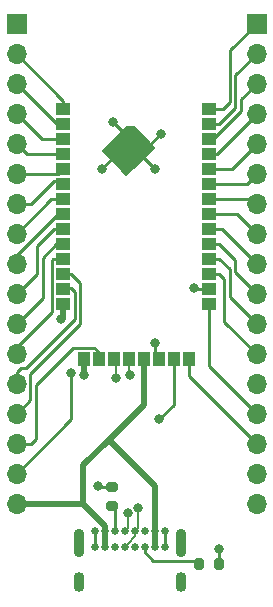
<source format=gbr>
%TF.GenerationSoftware,KiCad,Pcbnew,(6.0.9)*%
%TF.CreationDate,2023-03-11T12:53:36-05:00*%
%TF.ProjectId,tinypico-nano-carrier,74696e79-7069-4636-9f2d-6e616e6f2d63,rev?*%
%TF.SameCoordinates,Original*%
%TF.FileFunction,Copper,L1,Top*%
%TF.FilePolarity,Positive*%
%FSLAX46Y46*%
G04 Gerber Fmt 4.6, Leading zero omitted, Abs format (unit mm)*
G04 Created by KiCad (PCBNEW (6.0.9)) date 2023-03-11 12:53:36*
%MOMM*%
%LPD*%
G01*
G04 APERTURE LIST*
G04 Aperture macros list*
%AMRoundRect*
0 Rectangle with rounded corners*
0 $1 Rounding radius*
0 $2 $3 $4 $5 $6 $7 $8 $9 X,Y pos of 4 corners*
0 Add a 4 corners polygon primitive as box body*
4,1,4,$2,$3,$4,$5,$6,$7,$8,$9,$2,$3,0*
0 Add four circle primitives for the rounded corners*
1,1,$1+$1,$2,$3*
1,1,$1+$1,$4,$5*
1,1,$1+$1,$6,$7*
1,1,$1+$1,$8,$9*
0 Add four rect primitives between the rounded corners*
20,1,$1+$1,$2,$3,$4,$5,0*
20,1,$1+$1,$4,$5,$6,$7,0*
20,1,$1+$1,$6,$7,$8,$9,0*
20,1,$1+$1,$8,$9,$2,$3,0*%
%AMFreePoly0*
4,1,14,-0.028365,2.164235,2.091636,0.044235,2.091650,0.044200,2.091650,-0.625800,2.091635,-0.625836,0.291635,-2.415835,0.291600,-2.415849,0.291564,-2.415835,-2.158435,0.044165,-2.158449,0.044200,-2.158435,0.044235,-0.028435,2.164235,-0.028400,2.164249,-0.028365,2.164235,-0.028365,2.164235,$1*%
G04 Aperture macros list end*
%TA.AperFunction,ComponentPad*%
%ADD10R,1.700000X1.700000*%
%TD*%
%TA.AperFunction,ComponentPad*%
%ADD11O,1.700000X1.700000*%
%TD*%
%TA.AperFunction,SMDPad,CuDef*%
%ADD12RoundRect,0.200000X0.200000X0.275000X-0.200000X0.275000X-0.200000X-0.275000X0.200000X-0.275000X0*%
%TD*%
%TA.AperFunction,ComponentPad*%
%ADD13C,0.650000*%
%TD*%
%TA.AperFunction,ComponentPad*%
%ADD14O,0.900000X1.700000*%
%TD*%
%TA.AperFunction,ComponentPad*%
%ADD15O,0.900000X2.400000*%
%TD*%
%TA.AperFunction,SMDPad,CuDef*%
%ADD16R,1.000000X1.200000*%
%TD*%
%TA.AperFunction,SMDPad,CuDef*%
%ADD17FreePoly0,90.000000*%
%TD*%
%TA.AperFunction,SMDPad,CuDef*%
%ADD18R,1.200000X1.000000*%
%TD*%
%TA.AperFunction,SMDPad,CuDef*%
%ADD19RoundRect,0.200000X-0.275000X0.200000X-0.275000X-0.200000X0.275000X-0.200000X0.275000X0.200000X0*%
%TD*%
%TA.AperFunction,ViaPad*%
%ADD20C,0.800000*%
%TD*%
%TA.AperFunction,Conductor*%
%ADD21C,0.508000*%
%TD*%
%TA.AperFunction,Conductor*%
%ADD22C,0.250000*%
%TD*%
%TA.AperFunction,Conductor*%
%ADD23C,0.200000*%
%TD*%
G04 APERTURE END LIST*
D10*
%TO.P,J1,1,Pin_1*%
%TO.N,/GPIO36*%
X123120000Y-52700000D03*
D11*
%TO.P,J1,2,Pin_2*%
%TO.N,/GPIO37*%
X123120000Y-55240000D03*
%TO.P,J1,3,Pin_3*%
%TO.N,/GPIO38*%
X123120000Y-57780000D03*
%TO.P,J1,4,Pin_4*%
%TO.N,/GPIO39*%
X123120000Y-60320000D03*
%TO.P,J1,5,Pin_5*%
%TO.N,/TX*%
X123120000Y-62860000D03*
%TO.P,J1,6,Pin_6*%
%TO.N,/RX*%
X123120000Y-65400000D03*
%TO.P,J1,7,Pin_7*%
%TO.N,/GPIO9*%
X123120000Y-67940000D03*
%TO.P,J1,8,Pin_8*%
%TO.N,/GPIO0*%
X123120000Y-70480000D03*
%TO.P,J1,9,Pin_9*%
%TO.N,/GPIO21*%
X123120000Y-73020000D03*
%TO.P,J1,10,Pin_10*%
%TO.N,/GPIO22*%
X123120000Y-75560000D03*
%TO.P,J1,11,Pin_11*%
%TO.N,/GPIO5*%
X123120000Y-78100000D03*
%TO.P,J1,12,Pin_12*%
%TO.N,/GPIO18*%
X123120000Y-80640000D03*
%TO.P,J1,13,Pin_13*%
%TO.N,/GPIO19*%
X123120000Y-83180000D03*
%TO.P,J1,14,Pin_14*%
%TO.N,/GPIO23*%
X123120000Y-85720000D03*
%TO.P,J1,15,Pin_15*%
%TO.N,/STAT*%
X123120000Y-88260000D03*
%TO.P,J1,16,Pin_16*%
%TO.N,VBUS*%
X123120000Y-90800000D03*
%TO.P,J1,17,Pin_17*%
%TO.N,+3.3V*%
X123120000Y-93340000D03*
%TD*%
D10*
%TO.P,J2,1,Pin_1*%
%TO.N,GND*%
X102800000Y-52700000D03*
D11*
%TO.P,J2,2,Pin_2*%
%TO.N,/GPIO35*%
X102800000Y-55240000D03*
%TO.P,J2,3,Pin_3*%
%TO.N,/GPIO34*%
X102800000Y-57780000D03*
%TO.P,J2,4,Pin_4*%
%TO.N,/GPIO33*%
X102800000Y-60320000D03*
%TO.P,J2,5,Pin_5*%
%TO.N,/GPIO32*%
X102800000Y-62860000D03*
%TO.P,J2,6,Pin_6*%
%TO.N,/GPIO25*%
X102800000Y-65400000D03*
%TO.P,J2,7,Pin_7*%
%TO.N,/GPIO26*%
X102800000Y-67940000D03*
%TO.P,J2,8,Pin_8*%
%TO.N,/GPIO27*%
X102800000Y-70480000D03*
%TO.P,J2,9,Pin_9*%
%TO.N,/GPIO15*%
X102800000Y-73020000D03*
%TO.P,J2,10,Pin_10*%
%TO.N,/GPIO14*%
X102800000Y-75560000D03*
%TO.P,J2,11,Pin_11*%
%TO.N,/GPIO13*%
X102800000Y-78100000D03*
%TO.P,J2,12,Pin_12*%
%TO.N,/GPIO12*%
X102800000Y-80640000D03*
%TO.P,J2,13,Pin_13*%
%TO.N,/GPIO2*%
X102800000Y-83180000D03*
%TO.P,J2,14,Pin_14*%
%TO.N,/GPIO4*%
X102800000Y-85720000D03*
%TO.P,J2,15,Pin_15*%
%TO.N,/EN*%
X102800000Y-88260000D03*
%TO.P,J2,16,Pin_16*%
%TO.N,/RESET*%
X102800000Y-90800000D03*
%TO.P,J2,17,Pin_17*%
%TO.N,+5V*%
X102800000Y-93340000D03*
%TD*%
D12*
%TO.P,R1,1*%
%TO.N,GND*%
X119925000Y-98400000D03*
%TO.P,R1,2*%
%TO.N,Net-(J3-PadB5)*%
X118275000Y-98400000D03*
%TD*%
D13*
%TO.P,J3,A1,GND*%
%TO.N,GND*%
X109425000Y-95640000D03*
%TO.P,J3,A4,VBUS*%
%TO.N,+5V*%
X110275000Y-95640000D03*
%TO.P,J3,A5,CC1*%
%TO.N,Net-(J3-PadA5)*%
X111125000Y-95640000D03*
%TO.P,J3,A6,D+*%
%TO.N,/USB_D+*%
X111975000Y-95640000D03*
%TO.P,J3,A7,D-*%
%TO.N,/USB_D-*%
X112825000Y-95640000D03*
%TO.P,J3,A8,SBU1*%
%TO.N,unconnected-(J3-PadA8)*%
X113675000Y-95640000D03*
%TO.P,J3,A9,VBUS*%
%TO.N,+5V*%
X114525000Y-95640000D03*
%TO.P,J3,A12,GND*%
%TO.N,GND*%
X115375000Y-95640000D03*
%TO.P,J3,B1,GND*%
X115375000Y-96990000D03*
%TO.P,J3,B4,VBUS*%
%TO.N,+5V*%
X114525000Y-96990000D03*
%TO.P,J3,B5,CC2*%
%TO.N,Net-(J3-PadB5)*%
X113675000Y-96990000D03*
%TO.P,J3,B6,D+*%
%TO.N,/USB_D+*%
X112825000Y-96990000D03*
%TO.P,J3,B7,D-*%
%TO.N,/USB_D-*%
X111975000Y-96990000D03*
%TO.P,J3,B8,SBU2*%
%TO.N,unconnected-(J3-PadB8)*%
X111125000Y-96990000D03*
%TO.P,J3,B9,VBUS*%
%TO.N,+5V*%
X110275000Y-96990000D03*
%TO.P,J3,B12,GND*%
%TO.N,GND*%
X109425000Y-96990000D03*
D14*
%TO.P,J3,S1,SHIELD*%
X108075000Y-100000000D03*
%TO.P,J3,S2*%
%TO.N,N/C*%
X116725000Y-100000000D03*
D15*
%TO.P,J3,S3*%
X108075000Y-96620000D03*
%TO.P,J3,S4*%
X116725000Y-96620000D03*
%TD*%
D16*
%TO.P,U1,1,STAT*%
%TO.N,/STAT*%
X117365000Y-81085250D03*
D17*
%TO.P,U1,2,GND*%
%TO.N,GND*%
X112164200Y-63506850D03*
D16*
X116095000Y-81085250D03*
%TO.P,U1,3,RESET*%
%TO.N,/RESET*%
X114825000Y-81085250D03*
%TO.P,U1,4,5V*%
%TO.N,+5V*%
X113555000Y-81085250D03*
%TO.P,U1,5,D-*%
%TO.N,/USB_D-*%
X112285000Y-81085250D03*
%TO.P,U1,6,D+*%
%TO.N,/USB_D+*%
X111015000Y-81085250D03*
%TO.P,U1,7,EN*%
%TO.N,/EN*%
X109745000Y-81085250D03*
%TO.P,U1,8,3v3*%
%TO.N,+3.3V*%
X108475000Y-81085250D03*
D18*
%TO.P,U1,9,VBAT*%
%TO.N,VBUS*%
X106760000Y-76421350D03*
%TO.P,U1,10,IO2*%
%TO.N,/GPIO2*%
X106760000Y-75151350D03*
%TO.P,U1,11,IO4*%
%TO.N,/GPIO4*%
X106760000Y-73881350D03*
%TO.P,U1,12,IO12*%
%TO.N,/GPIO12*%
X106760000Y-72611350D03*
%TO.P,U1,13,IO13*%
%TO.N,/GPIO13*%
X106760000Y-71341350D03*
%TO.P,U1,14,IO14*%
%TO.N,/GPIO14*%
X106760000Y-70071350D03*
%TO.P,U1,15,IO15*%
%TO.N,/GPIO15*%
X106760000Y-68801350D03*
%TO.P,U1,16,IO27*%
%TO.N,/GPIO27*%
X106760000Y-67531350D03*
%TO.P,U1,17,IO26*%
%TO.N,/GPIO26*%
X106760000Y-66261350D03*
%TO.P,U1,18,IO25*%
%TO.N,/GPIO25*%
X106760000Y-64991350D03*
%TO.P,U1,19,IO32*%
%TO.N,/GPIO32*%
X106760000Y-63721350D03*
%TO.P,U1,20,IO33*%
%TO.N,/GPIO33*%
X106760000Y-62451350D03*
%TO.P,U1,21,IO34*%
%TO.N,/GPIO34*%
X106760000Y-61181350D03*
%TO.P,U1,22,IO35*%
%TO.N,/GPIO35*%
X106760000Y-59911350D03*
%TO.P,U1,23,IO23*%
%TO.N,/GPIO23*%
X119100000Y-76410050D03*
%TO.P,U1,24,IO19*%
%TO.N,/GPIO19*%
X119100000Y-75140050D03*
%TO.P,U1,25,IO18*%
%TO.N,/GPIO18*%
X119100000Y-73870050D03*
%TO.P,U1,26,IO5*%
%TO.N,/GPIO5*%
X119100000Y-72600050D03*
%TO.P,U1,27,IO22*%
%TO.N,/GPIO22*%
X119100000Y-71330050D03*
%TO.P,U1,28,IO21*%
%TO.N,/GPIO21*%
X119100000Y-70060050D03*
%TO.P,U1,29,IO0*%
%TO.N,/GPIO0*%
X119100000Y-68790050D03*
%TO.P,U1,30,IO9*%
%TO.N,/GPIO9*%
X119100000Y-67520050D03*
%TO.P,U1,31,RX*%
%TO.N,/RX*%
X119100000Y-66250050D03*
%TO.P,U1,32,TX*%
%TO.N,/TX*%
X119100000Y-64980050D03*
%TO.P,U1,33,IO39*%
%TO.N,/GPIO39*%
X119100000Y-63710050D03*
%TO.P,U1,34,IO38*%
%TO.N,/GPIO38*%
X119100000Y-62440050D03*
%TO.P,U1,35,IO37*%
%TO.N,/GPIO37*%
X119100000Y-61170050D03*
%TO.P,U1,36,IO36*%
%TO.N,/GPIO36*%
X119100000Y-59900050D03*
%TD*%
D19*
%TO.P,R2,1*%
%TO.N,GND*%
X110900000Y-91875000D03*
%TO.P,R2,2*%
%TO.N,Net-(J3-PadA5)*%
X110900000Y-93525000D03*
%TD*%
D20*
%TO.N,+3.3V*%
X108500000Y-82400000D03*
%TO.N,VBUS*%
X106600000Y-77700000D03*
%TO.N,/RESET*%
X114500000Y-79700000D03*
X107400000Y-82300000D03*
%TO.N,/GPIO19*%
X117800000Y-75100000D03*
%TO.N,GND*%
X114500000Y-65000000D03*
X111000000Y-61000000D03*
X119900000Y-97200000D03*
X109700000Y-91800000D03*
X115000000Y-62000000D03*
X114900000Y-86200000D03*
X110000000Y-65000000D03*
%TO.N,/USB_D-*%
X112400000Y-82400000D03*
X113093982Y-93653009D03*
%TO.N,/USB_D+*%
X112200000Y-94100000D03*
X111200000Y-82700000D03*
%TD*%
D21*
%TO.N,+3.3V*%
X108475000Y-81085250D02*
X108475000Y-82375000D01*
X108475000Y-82375000D02*
X108500000Y-82400000D01*
%TO.N,VBUS*%
X106760000Y-77540000D02*
X106600000Y-77700000D01*
X106760000Y-76421350D02*
X106760000Y-77540000D01*
D22*
%TO.N,/EN*%
X102800000Y-88260000D02*
X104002081Y-88260000D01*
X109350000Y-80110250D02*
X109745000Y-80505250D01*
X104425000Y-87837081D02*
X104425000Y-83285250D01*
X107600000Y-80110250D02*
X109350000Y-80110250D01*
X109745000Y-80505250D02*
X109745000Y-81085250D01*
X104425000Y-83285250D02*
X107600000Y-80110250D01*
X104002081Y-88260000D02*
X104425000Y-87837081D01*
%TO.N,/RESET*%
X114500000Y-80760250D02*
X114825000Y-81085250D01*
X107400000Y-86200000D02*
X102800000Y-90800000D01*
X107400000Y-82300000D02*
X107400000Y-86200000D01*
X114500000Y-79700000D02*
X114500000Y-80760250D01*
%TO.N,/STAT*%
X117365000Y-81085250D02*
X117365000Y-82505000D01*
X117365000Y-82505000D02*
X123120000Y-88260000D01*
%TO.N,/RX*%
X119100000Y-66250050D02*
X122269950Y-66250050D01*
X122269950Y-66250050D02*
X123120000Y-65400000D01*
%TO.N,/TX*%
X119100000Y-64980050D02*
X120999950Y-64980050D01*
X120999950Y-64980050D02*
X123120000Y-62860000D01*
%TO.N,/GPIO0*%
X119100000Y-68790050D02*
X121430050Y-68790050D01*
X121430050Y-68790050D02*
X123120000Y-70480000D01*
%TO.N,/GPIO2*%
X102800000Y-83180000D02*
X102800000Y-82200000D01*
X106811350Y-75100000D02*
X106760000Y-75151350D01*
X103185000Y-81815000D02*
X103585000Y-81815000D01*
X107735000Y-77665000D02*
X107735000Y-75435000D01*
X107400000Y-75100000D02*
X106811350Y-75100000D01*
X102800000Y-82200000D02*
X103185000Y-81815000D01*
X107735000Y-75435000D02*
X107400000Y-75100000D01*
X103585000Y-81815000D02*
X107735000Y-77665000D01*
%TO.N,/GPIO4*%
X108185000Y-74685000D02*
X108185000Y-78115000D01*
X108185000Y-78115000D02*
X103975000Y-82325000D01*
X106760000Y-73881350D02*
X107381350Y-73881350D01*
X103975000Y-84545000D02*
X102800000Y-85720000D01*
X107381350Y-73881350D02*
X108185000Y-74685000D01*
X103975000Y-82325000D02*
X103975000Y-84545000D01*
%TO.N,/GPIO5*%
X119100000Y-72600050D02*
X119950000Y-72600050D01*
X120850000Y-73500050D02*
X120850000Y-75830000D01*
X120850000Y-75830000D02*
X123120000Y-78100000D01*
X119950000Y-72600050D02*
X120850000Y-73500050D01*
%TO.N,/GPIO9*%
X119100000Y-67520050D02*
X122700050Y-67520050D01*
X122700050Y-67520050D02*
X123120000Y-67940000D01*
%TO.N,/GPIO12*%
X102800000Y-80640000D02*
X102800000Y-80100000D01*
X102800000Y-80100000D02*
X105785000Y-77115000D01*
X105888650Y-72611350D02*
X106760000Y-72611350D01*
X105785000Y-72715000D02*
X105888650Y-72611350D01*
X105785000Y-77115000D02*
X105785000Y-72715000D01*
%TO.N,/GPIO13*%
X105000000Y-75900000D02*
X105000000Y-72500000D01*
X105000000Y-72500000D02*
X106158650Y-71341350D01*
X106158650Y-71341350D02*
X106760000Y-71341350D01*
X102800000Y-78100000D02*
X105000000Y-75900000D01*
%TO.N,/GPIO14*%
X104500000Y-73860000D02*
X104500000Y-71500000D01*
X105928650Y-70071350D02*
X106760000Y-70071350D01*
X102800000Y-75560000D02*
X104500000Y-73860000D01*
X104500000Y-71500000D02*
X105928650Y-70071350D01*
%TO.N,/GPIO39*%
X119100000Y-63710050D02*
X119729950Y-63710050D01*
X119729950Y-63710050D02*
X123120000Y-60320000D01*
%TO.N,/GPIO38*%
X119459950Y-62440050D02*
X121800000Y-60100000D01*
X121800000Y-59100000D02*
X123120000Y-57780000D01*
X119100000Y-62440050D02*
X119459950Y-62440050D01*
X121800000Y-60100000D02*
X121800000Y-59100000D01*
D21*
%TO.N,+5V*%
X108434619Y-93340000D02*
X110275000Y-95180381D01*
X108434619Y-90065381D02*
X108434619Y-93340000D01*
X114525000Y-91825000D02*
X110600000Y-87900000D01*
X110275000Y-95180381D02*
X110275000Y-95640000D01*
X110600000Y-87900000D02*
X108434619Y-90065381D01*
X113555000Y-84945000D02*
X113555000Y-81085250D01*
X102800000Y-93340000D02*
X108434619Y-93340000D01*
X114525000Y-95640000D02*
X114525000Y-91825000D01*
X110275000Y-95640000D02*
X110275000Y-96990000D01*
X110600000Y-87900000D02*
X113555000Y-84945000D01*
X114525000Y-96990000D02*
X114525000Y-95640000D01*
D22*
%TO.N,/GPIO15*%
X102800000Y-72281350D02*
X106280000Y-68801350D01*
X102800000Y-73020000D02*
X102800000Y-72281350D01*
X106280000Y-68801350D02*
X106760000Y-68801350D01*
%TO.N,/GPIO18*%
X120400000Y-77920000D02*
X123120000Y-80640000D01*
X119950000Y-73870050D02*
X120400000Y-74320050D01*
X119100000Y-73870050D02*
X119950000Y-73870050D01*
X120400000Y-74320050D02*
X120400000Y-77920000D01*
%TO.N,/GPIO19*%
X119100000Y-75140050D02*
X117840050Y-75140050D01*
X117840050Y-75140050D02*
X117800000Y-75100000D01*
%TO.N,/GPIO21*%
X120160050Y-70060050D02*
X123120000Y-73020000D01*
X119100000Y-70060050D02*
X120160050Y-70060050D01*
%TO.N,/GPIO22*%
X121300000Y-73740000D02*
X123120000Y-75560000D01*
X119100000Y-71330050D02*
X119950000Y-71330050D01*
X119950000Y-71330050D02*
X121300000Y-72680050D01*
X121300000Y-72680050D02*
X121300000Y-73740000D01*
%TO.N,/GPIO23*%
X119100000Y-76410050D02*
X119100000Y-81700000D01*
X119100000Y-81700000D02*
X123120000Y-85720000D01*
%TO.N,/GPIO25*%
X106351350Y-65400000D02*
X106760000Y-64991350D01*
X102800000Y-65400000D02*
X106351350Y-65400000D01*
%TO.N,/GPIO26*%
X102800000Y-67940000D02*
X104060000Y-67940000D01*
X106000000Y-66000000D02*
X106498650Y-66000000D01*
X104060000Y-67940000D02*
X106000000Y-66000000D01*
X106498650Y-66000000D02*
X106760000Y-66261350D01*
%TO.N,/GPIO27*%
X102800000Y-70480000D02*
X105748650Y-67531350D01*
X105748650Y-67531350D02*
X106760000Y-67531350D01*
%TO.N,/GPIO32*%
X103661350Y-63721350D02*
X106760000Y-63721350D01*
X102800000Y-62860000D02*
X103661350Y-63721350D01*
%TO.N,/GPIO33*%
X102800000Y-60320000D02*
X104931350Y-62451350D01*
X104931350Y-62451350D02*
X106760000Y-62451350D01*
%TO.N,/GPIO34*%
X106760000Y-61181350D02*
X106201350Y-61181350D01*
X102800000Y-57780000D02*
X106201350Y-61181350D01*
%TO.N,/GPIO35*%
X106760000Y-59200000D02*
X106760000Y-59911350D01*
X102800000Y-55240000D02*
X106760000Y-59200000D01*
%TO.N,/GPIO36*%
X120276728Y-59900050D02*
X120875000Y-59301778D01*
X120875000Y-59301778D02*
X120875000Y-54945000D01*
X119100000Y-59900050D02*
X120276728Y-59900050D01*
X120875000Y-54945000D02*
X123120000Y-52700000D01*
%TO.N,/GPIO37*%
X121325000Y-59795050D02*
X121325000Y-57035000D01*
X119950000Y-61170050D02*
X121325000Y-59795050D01*
X119100000Y-61170050D02*
X119950000Y-61170050D01*
X121325000Y-57035000D02*
X123120000Y-55240000D01*
%TO.N,GND*%
X114900000Y-86200000D02*
X116095000Y-85005000D01*
X112164200Y-62164200D02*
X112164200Y-63506850D01*
X115375000Y-95640000D02*
X115375000Y-96990000D01*
X115000000Y-62000000D02*
X113493150Y-63506850D01*
X119900000Y-97200000D02*
X119900000Y-98375000D01*
X113493150Y-63506850D02*
X112164200Y-63506850D01*
X111493150Y-63506850D02*
X112164200Y-63506850D01*
X111000000Y-61000000D02*
X112164200Y-62164200D01*
X114500000Y-65000000D02*
X113006850Y-63506850D01*
X110000000Y-65000000D02*
X111493150Y-63506850D01*
X116095000Y-85005000D02*
X116095000Y-81085250D01*
X109425000Y-95640000D02*
X109425000Y-96990000D01*
X110900000Y-91875000D02*
X109775000Y-91875000D01*
X113006850Y-63506850D02*
X112164200Y-63506850D01*
%TO.N,Net-(J3-PadA5)*%
X111125000Y-95640000D02*
X111125000Y-93750000D01*
X111125000Y-93750000D02*
X110900000Y-93525000D01*
%TO.N,Net-(J3-PadB5)*%
X113675000Y-97449619D02*
X114370381Y-98145000D01*
X114370381Y-98145000D02*
X118020000Y-98145000D01*
X118020000Y-98145000D02*
X118275000Y-98400000D01*
X113675000Y-96990000D02*
X113675000Y-97449619D01*
D23*
%TO.N,/USB_D-*%
X112825000Y-95640000D02*
X112825000Y-96075000D01*
X113093982Y-93653009D02*
X113093982Y-95371018D01*
X112285000Y-82285000D02*
X112400000Y-82400000D01*
X113093982Y-95371018D02*
X112825000Y-95640000D01*
X112825000Y-96075000D02*
X112200000Y-96700000D01*
X112285000Y-81085250D02*
X112285000Y-82285000D01*
%TO.N,/USB_D+*%
X111200000Y-81270250D02*
X111015000Y-81085250D01*
X112200000Y-94100000D02*
X112200000Y-95415000D01*
X112200000Y-95415000D02*
X111975000Y-95640000D01*
X111200000Y-82700000D02*
X111200000Y-81270250D01*
%TD*%
M02*

</source>
